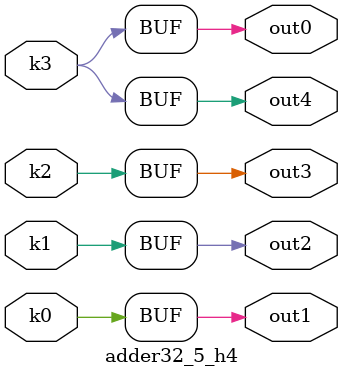
<source format=v>
module adder32_5(pi0, pi1, pi2, pi3, pi4, pi5, pi6, pi7, pi8, po0, po1, po2, po3, po4);
input pi0, pi1, pi2, pi3, pi4, pi5, pi6, pi7, pi8;
output po0, po1, po2, po3, po4;
wire k0, k1, k2, k3;
adder32_5_w4 DUT1 (pi0, pi1, pi2, pi3, pi4, pi5, pi6, pi7, pi8, k0, k1, k2, k3);
adder32_5_h4 DUT2 (k0, k1, k2, k3, po0, po1, po2, po3, po4);
endmodule

module adder32_5_w4(in8, in7, in6, in5, in4, in3, in2, in1, in0, k3, k2, k1, k0);
input in8, in7, in6, in5, in4, in3, in2, in1, in0;
output k3, k2, k1, k0;
assign k0 =   ((in5 ^ in1) & ((((in8 & (in4 | ~in0)) | (in4 & ~in0)) & (in6 | in2) & (in7 | in3)) | (in7 & in3 & (in6 | in2)) | (in6 & in2))) | (((~in4 & in0) | (~in8 & (~in4 | in0))) & (~in5 ^ in1) & (~in6 | ~in2) & (~in7 | ~in3)) | ((~in5 ^ in1) & ((~in6 & ~in2) | (~in7 & ~in3 & (~in6 | ~in2))));
assign k1 =   ((in6 ^ in2) & ((((in8 & (in4 | ~in0)) | (in4 & ~in0)) & (in7 | in3)) | (in7 & in3))) | (((~in4 & in0) | (~in8 & (~in4 | in0))) & (~in7 | ~in3) & (~in6 ^ in2)) | (~in7 & ~in3 & (~in6 ^ in2));
assign k2 =   ((in7 ^ in3) & ((in8 & (in4 | ~in0)) | (in4 & ~in0))) | (((~in4 & in0) | (~in8 & (~in4 | in0))) & (~in7 ^ in3));
assign k3 =   in8 ? (in4 ^ in0) : (~in4 ^ in0);
endmodule

module adder32_5_h4(k3, k2, k1, k0, out4, out3, out2, out1, out0);
input k3, k2, k1, k0;
output out4, out3, out2, out1, out0;
assign out0 = k3;
assign out1 = k0;
assign out2 = k1;
assign out3 = k2;
assign out4 = k3;
endmodule

</source>
